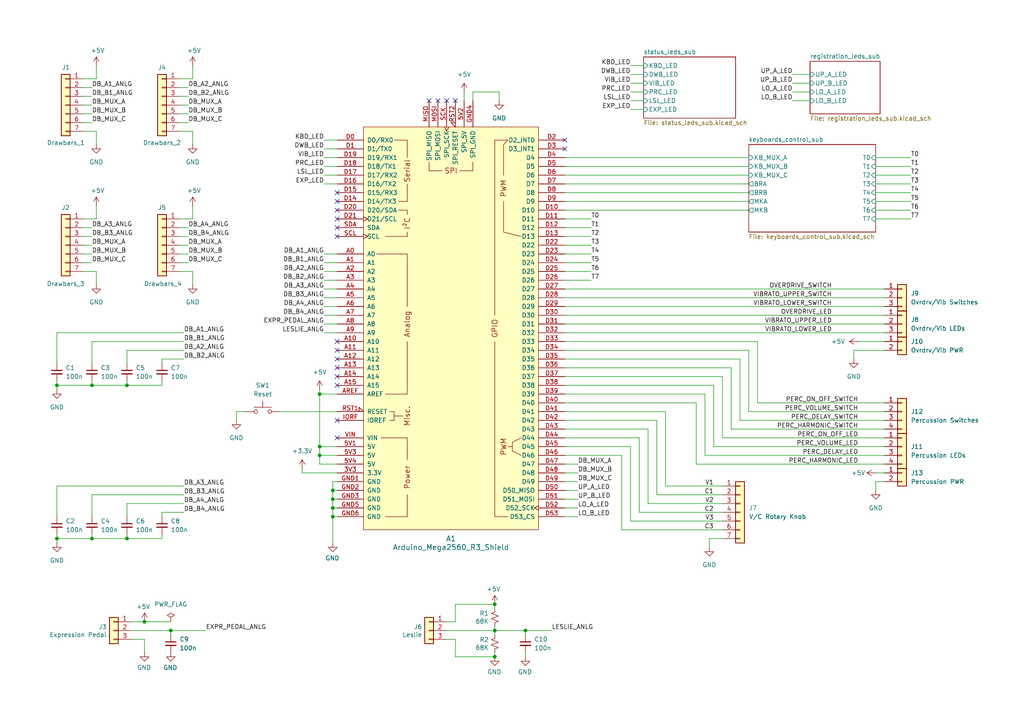
<source format=kicad_sch>
(kicad_sch (version 20250114) (generator "eeschema") (generator_version "9.0")
  (paper "A4")
  (title_block (title "B3 Mother Board") (date "2024-09-17") (rev "1.0") (company "Picherie"))
  (lib_symbols
    (symbol "Connector_Generic:Conn_01x02" (pin_names (offset 1.016) (hide yes))
      (property "Reference" "J" (at 0 2.54 0))
      (property "Value" "Conn_01x02" (at 0 -5.08 0))
      (symbol "Conn_01x02_1_1"
        (rectangle (start -1.27 1.27) (end 1.27 -3.81) (stroke (width 0.254)) (fill (type background)))
        (rectangle (start -1.27 0.127) (end 0 -0.127) (stroke (width 0.1524)))
        (rectangle (start -1.27 -2.413) (end 0 -2.667) (stroke (width 0.1524)))
        (pin passive line (at -5.08 0 0) (length 3.81) (name "Pin_1") (number "1"))
        (pin passive line (at -5.08 -2.54 0) (length 3.81) (name "Pin_2") (number "2"))
      )
    )
    (symbol "Connector_Generic:Conn_01x03" (pin_names (offset 1.016) (hide yes))
      (property "Reference" "J" (at 0 5.08 0))
      (property "Value" "Conn_01x03" (at 0 -5.08 0))
      (symbol "Conn_01x03_1_1"
        (rectangle (start -1.27 3.81) (end 1.27 -3.81) (stroke (width 0.254)) (fill (type background)))
        (rectangle (start -1.27 2.667) (end 0 2.413) (stroke (width 0.1524)))
        (rectangle (start -1.27 0.127) (end 0 -0.127) (stroke (width 0.1524)))
        (rectangle (start -1.27 -2.413) (end 0 -2.667) (stroke (width 0.1524)))
        (pin passive line (at -5.08 2.54 0) (length 3.81) (name "Pin_1") (number "1"))
        (pin passive line (at -5.08 0 0) (length 3.81) (name "Pin_2") (number "2"))
        (pin passive line (at -5.08 -2.54 0) (length 3.81) (name "Pin_3") (number "3"))
      )
    )
    (symbol "Connector_Generic:Conn_01x04" (pin_names (offset 1.016) (hide yes))
      (property "Reference" "J" (at 0 5.08 0))
      (property "Value" "Conn_01x04" (at 0 -7.62 0))
      (symbol "Conn_01x04_1_1"
        (rectangle (start -1.27 3.81) (end 1.27 -6.35) (stroke (width 0.254)) (fill (type background)))
        (rectangle (start -1.27 2.667) (end 0 2.413) (stroke (width 0.1524)))
        (rectangle (start -1.27 0.127) (end 0 -0.127) (stroke (width 0.1524)))
        (rectangle (start -1.27 -2.413) (end 0 -2.667) (stroke (width 0.1524)))
        (rectangle (start -1.27 -4.953) (end 0 -5.207) (stroke (width 0.1524)))
        (pin passive line (at -5.08 2.54 0) (length 3.81) (name "Pin_1") (number "1"))
        (pin passive line (at -5.08 0 0) (length 3.81) (name "Pin_2") (number "2"))
        (pin passive line (at -5.08 -2.54 0) (length 3.81) (name "Pin_3") (number "3"))
        (pin passive line (at -5.08 -5.08 0) (length 3.81) (name "Pin_4") (number "4"))
      )
    )
    (symbol "Connector_Generic:Conn_01x07" (pin_names (offset 1.016) (hide yes))
      (property "Reference" "J" (at 0 10.16 0))
      (property "Value" "Conn_01x07" (at 0 -10.16 0))
      (symbol "Conn_01x07_1_1"
        (rectangle (start -1.27 8.89) (end 1.27 -8.89) (stroke (width 0.254)) (fill (type background)))
        (rectangle (start -1.27 7.747) (end 0 7.493) (stroke (width 0.1524)))
        (rectangle (start -1.27 5.207) (end 0 4.953) (stroke (width 0.1524)))
        (rectangle (start -1.27 2.667) (end 0 2.413) (stroke (width 0.1524)))
        (rectangle (start -1.27 0.127) (end 0 -0.127) (stroke (width 0.1524)))
        (rectangle (start -1.27 -2.413) (end 0 -2.667) (stroke (width 0.1524)))
        (rectangle (start -1.27 -4.953) (end 0 -5.207) (stroke (width 0.1524)))
        (rectangle (start -1.27 -7.493) (end 0 -7.747) (stroke (width 0.1524)))
        (pin passive line (at -5.08 7.62 0) (length 3.81) (name "Pin_1") (number "1"))
        (pin passive line (at -5.08 5.08 0) (length 3.81) (name "Pin_2") (number "2"))
        (pin passive line (at -5.08 2.54 0) (length 3.81) (name "Pin_3") (number "3"))
        (pin passive line (at -5.08 0 0) (length 3.81) (name "Pin_4") (number "4"))
        (pin passive line (at -5.08 -2.54 0) (length 3.81) (name "Pin_5") (number "5"))
        (pin passive line (at -5.08 -5.08 0) (length 3.81) (name "Pin_6") (number "6"))
        (pin passive line (at -5.08 -7.62 0) (length 3.81) (name "Pin_7") (number "7"))
      )
    )
    (symbol "Device:C_Small" (pin_numbers (hide yes)) (pin_names (offset 0.254) (hide yes))
      (property "Reference" "C" (at 0.254 1.778 0))
      (property "Value" "C_Small" (at 0.254 -2.032 0))
      (symbol "C_Small_0_1"
        (polyline (pts (xy -1.524 0.508) (xy 1.524 0.508)) (stroke (width 0.3048)))
        (polyline (pts (xy -1.524 -0.508) (xy 1.524 -0.508)) (stroke (width 0.3302)))
      )
      (symbol "C_Small_1_1"
        (pin passive line (at 0 2.54 270) (length 2.032) (name "~") (number "1"))
        (pin passive line (at 0 -2.54 90) (length 2.032) (name "~") (number "2"))
      )
    )
    (symbol "Device:R_Small_US" (pin_numbers (hide yes)) (pin_names (offset 0.254) (hide yes))
      (property "Reference" "R" (at 0.762 0.508 0))
      (property "Value" "R_Small_US" (at 0.762 -1.016 0))
      (symbol "R_Small_US_1_1"
        (polyline (pts (xy 0 1.524) (xy 1.016 1.143) (xy 0 0.762) (xy -1.016 0.381) (xy 0 0)))
        (polyline (pts (xy 0 0) (xy 1.016 -0.381) (xy 0 -0.762) (xy -1.016 -1.143) (xy 0 -1.524)))
        (pin passive line (at 0 2.54 270) (length 1.016) (name "~") (number "1"))
        (pin passive line (at 0 -2.54 90) (length 1.016) (name "~") (number "2"))
      )
    )
    (symbol "PCM_arduino-library:Arduino_Mega2560_R3_Shield" (pin_names (offset 1.016))
      (property "Reference" "A" (at 0 -62.23 0))
      (property "Value" "Arduino_Mega2560_R3_Shield" (at 0 -66.04 0))
      (symbol "Arduino_Mega2560_R3_Shield_0_0"
        (rectangle (start -25.4 -58.42) (end 25.4 58.42) (fill (type background)))
        (polyline (pts (xy -21.59 21.59) (xy -12.7 21.59)))
        (rectangle (start -20.32 -31.75) (end -12.7 -31.75))
        (rectangle (start -19.05 26.67) (end -12.7 26.67))
        (rectangle (start -19.05 -19.05) (end -12.7 -19.05))
        (rectangle (start -19.05 -54.61) (end -12.7 -54.61))
        (rectangle (start -17.78 -24.13) (end -16.51 -24.13))
        (rectangle (start -17.78 -26.67) (end -16.51 -26.67))
        (rectangle (start -16.51 54.61) (end -12.7 54.61))
        (rectangle (start -16.51 -24.13) (end -16.51 -26.67))
        (rectangle (start -16.51 -25.4) (end -13.97 -25.4))
        (rectangle (start -15.24 36.83) (end -12.7 36.83))
        (rectangle (start -15.24 34.29) (end -12.7 34.29))
        (rectangle (start -12.7 49.53) (end -12.7 54.61))
        (rectangle (start -12.7 41.91) (end -12.7 36.83))
        (rectangle (start -12.7 34.29) (end -12.7 33.02))
        (rectangle (start -12.7 26.67) (end -12.7 27.94))
        (polyline (pts (xy -12.7 6.35) (xy -12.7 21.59)))
        (polyline (pts (xy -12.7 -19.05) (xy -12.7 -3.81)))
        (rectangle (start -12.7 -31.75) (end -12.7 -38.1))
        (rectangle (start -12.7 -54.61) (end -12.7 -48.26))
        (rectangle (start -6.35 48.26) (end -6.35 45.72))
        (rectangle (start -2.54 45.72) (end -6.35 45.72))
        (rectangle (start 6.35 48.26) (end 6.35 45.72))
        (rectangle (start 6.35 45.72) (end 2.54 45.72))
        (polyline (pts (xy 12.7 54.61) (xy 16.51 54.61)))
        (polyline (pts (xy 12.7 -54.61) (xy 16.51 -54.61)))
        (polyline (pts (xy 15.24 44.45) (xy 15.24 53.34) (xy 16.51 54.61)))
        (polyline (pts (xy 15.24 36.83) (xy 15.24 27.94) (xy 20.32 26.67)))
        (polyline (pts (xy 17.78 -34.29) (xy 16.51 -34.29)))
        (polyline (pts (xy 20.32 -31.75) (xy 17.78 -33.02) (xy 17.78 -35.56) (xy 20.32 -36.83)))
        (text "Serial" (at -12.7 45.72 900) (effects (font (size 1.524 1.524))))
        (text "I²C" (at -12.7 30.48 900) (effects (font (size 1.524 1.524))))
        (text "Analog" (at -12.7 1.27 900) (effects (font (size 1.524 1.524))))
        (text "Misc." (at -12.7 -25.4 900) (effects (font (size 1.524 1.524))))
        (text "Power" (at -12.7 -43.18 900) (effects (font (size 1.524 1.524))))
        (text "SPI" (at 0 45.72 0) (effects (font (size 1.524 1.524))))
        (text "PWM" (at 15.24 40.64 900) (effects (font (size 1.524 1.524))))
        (text "PWM" (at 15.24 -34.29 900) (effects (font (size 1.524 1.524))))
      )
      (symbol "Arduino_Mega2560_R3_Shield_1_0"
        (rectangle (start 12.7 54.61) (end 12.7 3.81))
        (rectangle (start 12.7 -54.61) (end 12.7 -3.81))
        (text "GPIO" (at 12.7 0 900) (effects (font (size 1.524 1.524))))
      )
      (symbol "Arduino_Mega2560_R3_Shield_1_1"
        (pin bidirectional line (at -33.02 54.61 0) (length 7.62) (name "D0/RX0") (number "D0"))
        (pin bidirectional line (at -33.02 52.07 0) (length 7.62) (name "D1/TX0") (number "D1"))
        (pin bidirectional line (at -33.02 49.53 0) (length 7.62) (name "D19/RX1") (number "D19"))
        (pin bidirectional line (at -33.02 46.99 0) (length 7.62) (name "D18/TX1") (number "D18"))
        (pin bidirectional line (at -33.02 44.45 0) (length 7.62) (name "D17/RX2") (number "D17"))
        (pin bidirectional line (at -33.02 41.91 0) (length 7.62) (name "D16/TX2") (number "D16"))
        (pin bidirectional line (at -33.02 39.37 0) (length 7.62) (name "D15/RX3") (number "D15"))
        (pin bidirectional line (at -33.02 36.83 0) (length 7.62) (name "D14/TX3") (number "D14"))
        (pin bidirectional line (at -33.02 34.29 0) (length 7.62) (name "D20/SDA") (number "D20"))
        (pin bidirectional clock (at -33.02 31.75 0) (length 7.62) (name "D21/SCL") (number "D21"))
        (pin bidirectional line (at -33.02 29.21 0) (length 7.62) (name "SDA") (number "SDA"))
        (pin bidirectional clock (at -33.02 26.67 0) (length 7.62) (name "SCL") (number "SCL"))
        (pin bidirectional line (at -33.02 21.59 0) (length 7.62) (name "A0") (number "A0"))
        (pin bidirectional line (at -33.02 19.05 0) (length 7.62) (name "A1") (number "A1"))
        (pin bidirectional line (at -33.02 16.51 0) (length 7.62) (name "A2") (number "A2"))
        (pin bidirectional line (at -33.02 13.97 0) (length 7.62) (name "A3") (number "A3"))
        (pin bidirectional line (at -33.02 11.43 0) (length 7.62) (name "A4") (number "A4"))
        (pin bidirectional line (at -33.02 8.89 0) (length 7.62) (name "A5") (number "A5"))
        (pin bidirectional line (at -33.02 6.35 0) (length 7.62) (name "A6") (number "A6"))
        (pin bidirectional line (at -33.02 3.81 0) (length 7.62) (name "A7") (number "A7"))
        (pin bidirectional line (at -33.02 1.27 0) (length 7.62) (name "A8") (number "A8"))
        (pin bidirectional line (at -33.02 -1.27 0) (length 7.62) (name "A9") (number "A9"))
        (pin bidirectional line (at -33.02 -3.81 0) (length 7.62) (name "A10") (number "A10"))
        (pin bidirectional line (at -33.02 -6.35 0) (length 7.62) (name "A11") (number "A11"))
        (pin bidirectional line (at -33.02 -8.89 0) (length 7.62) (name "A12") (number "A12"))
        (pin bidirectional line (at -33.02 -11.43 0) (length 7.62) (name "A13") (number "A13"))
        (pin bidirectional line (at -33.02 -13.97 0) (length 7.62) (name "A14") (number "A14"))
        (pin bidirectional line (at -33.02 -16.51 0) (length 7.62) (name "A15") (number "A15"))
        (pin input line (at -33.02 -19.05 0) (length 7.62) (name "AREF") (number "AREF"))
        (pin open_collector input_low (at -33.02 -24.13 0) (length 7.62) (name "RESET") (number "RST1"))
        (pin output line (at -33.02 -26.67 0) (length 7.62) (name "IOREF") (number "IORF"))
        (pin power_in line (at -33.02 -31.75 0) (length 7.62) (name "VIN") (number "VIN"))
        (pin power_in line (at -33.02 -34.29 0) (length 7.62) (name "5V") (number "5V1"))
        (pin power_in line (at -33.02 -36.83 0) (length 7.62) (name "5V") (number "5V3"))
        (pin power_in line (at -33.02 -39.37 0) (length 7.62) (name "5V") (number "5V4"))
        (pin power_out line (at -33.02 -41.91 0) (length 7.62) (name "3.3V") (number "3V3"))
        (pin power_in line (at -33.02 -44.45 0) (length 7.62) (name "GND") (number "GND1"))
        (pin power_in line (at -33.02 -46.99 0) (length 7.62) (name "GND") (number "GND2"))
        (pin power_in line (at -33.02 -49.53 0) (length 7.62) (name "GND") (number "GND3"))
        (pin power_in line (at -33.02 -52.07 0) (length 7.62) (name "GND") (number "GND5"))
        (pin power_in line (at -33.02 -54.61 0) (length 7.62) (name "GND") (number "GND6"))
        (pin input line (at -6.35 66.04 270) (length 7.62) (name "SPI_MISO") (number "MISO"))
        (pin output line (at -3.81 66.04 270) (length 7.62) (name "SPI_MOSI") (number "MOSI"))
        (pin output clock (at -1.27 66.04 270) (length 7.62) (name "SPI_SCK") (number "SCK"))
        (pin open_collector input_low (at 1.27 66.04 270) (length 7.62) (name "SPI_RESET") (number "RST2"))
        (pin power_in line (at 3.81 66.04 270) (length 7.62) (name "SPI_5V") (number "5V2"))
        (pin power_in line (at 6.35 66.04 270) (length 7.62) (name "SPI_GND") (number "GND4"))
        (pin bidirectional line (at 33.02 54.61 180) (length 7.62) (name "D2_INT0") (number "D2"))
        (pin bidirectional line (at 33.02 52.07 180) (length 7.62) (name "D3_INT1") (number "D3"))
        (pin bidirectional line (at 33.02 49.53 180) (length 7.62) (name "D4") (number "D4"))
        (pin bidirectional line (at 33.02 46.99 180) (length 7.62) (name "D5") (number "D5"))
        (pin bidirectional line (at 33.02 44.45 180) (length 7.62) (name "D6") (number "D6"))
        (pin bidirectional line (at 33.02 41.91 180) (length 7.62) (name "D7") (number "D7"))
        (pin bidirectional line (at 33.02 39.37 180) (length 7.62) (name "D8") (number "D8"))
        (pin bidirectional line (at 33.02 36.83 180) (length 7.62) (name "D9") (number "D9"))
        (pin bidirectional line (at 33.02 34.29 180) (length 7.62) (name "D10") (number "D10"))
        (pin bidirectional line (at 33.02 31.75 180) (length 7.62) (name "D11") (number "D11"))
        (pin bidirectional line (at 33.02 29.21 180) (length 7.62) (name "D12") (number "D12"))
        (pin bidirectional line (at 33.02 26.67 180) (length 7.62) (name "D13") (number "D13"))
        (pin bidirectional line (at 33.02 24.13 180) (length 7.62) (name "D22") (number "D22"))
        (pin bidirectional line (at 33.02 21.59 180) (length 7.62) (name "D23") (number "D23"))
        (pin bidirectional line (at 33.02 19.05 180) (length 7.62) (name "D24") (number "D24"))
        (pin bidirectional line (at 33.02 16.51 180) (length 7.62) (name "D25") (number "D25"))
        (pin bidirectional line (at 33.02 13.97 180) (length 7.62) (name "D26") (number "D26"))
        (pin bidirectional line (at 33.02 11.43 180) (length 7.62) (name "D27") (number "D27"))
        (pin bidirectional line (at 33.02 8.89 180) (length 7.62) (name "D28") (number "D28"))
        (pin bidirectional line (at 33.02 6.35 180) (length 7.62) (name "D29") (number "D29"))
        (pin bidirectional line (at 33.02 3.81 180) (length 7.62) (name "D30") (number "D30"))
        (pin bidirectional line (at 33.02 1.27 180) (length 7.62) (name "D31") (number "D31"))
        (pin bidirectional line (at 33.02 -1.27 180) (length 7.62) (name "D32") (number "D32"))
        (pin bidirectional line (at 33.02 -3.81 180) (length 7.62) (name "D33") (number "D33"))
        (pin bidirectional line (at 33.02 -6.35 180) (length 7.62) (name "D34") (number "D34"))
        (pin bidirectional line (at 33.02 -8.89 180) (length 7.62) (name "D35") (number "D35"))
        (pin bidirectional line (at 33.02 -11.43 180) (length 7.62) (name "D36") (number "D36"))
        (pin bidirectional line (at 33.02 -13.97 180) (length 7.62) (name "D37") (number "D37"))
        (pin bidirectional line (at 33.02 -16.51 180) (length 7.62) (name "D38") (number "D38"))
        (pin bidirectional line (at 33.02 -19.05 180) (length 7.62) (name "D39") (number "D39"))
        (pin bidirectional line (at 33.02 -21.59 180) (length 7.62) (name "D40") (number "D40"))
        (pin bidirectional line (at 33.02 -24.13 180) (length 7.62) (name "D41") (number "D41"))
        (pin bidirectional line (at 33.02 -26.67 180) (length 7.62) (name "D42") (number "D42"))
        (pin bidirectional line (at 33.02 -29.21 180) (length 7.62) (name "D43") (number "D43"))
        (pin bidirectional line (at 33.02 -31.75 180) (length 7.62) (name "D44") (number "D44"))
        (pin bidirectional line (at 33.02 -34.29 180) (length 7.62) (name "D45") (number "D45"))
        (pin bidirectional line (at 33.02 -36.83 180) (length 7.62) (name "D46") (number "D46"))
        (pin bidirectional line (at 33.02 -39.37 180) (length 7.62) (name "D47") (number "D47"))
        (pin bidirectional line (at 33.02 -41.91 180) (length 7.62) (name "D48") (number "D48"))
        (pin bidirectional line (at 33.02 -44.45 180) (length 7.62) (name "D49") (number "D49"))
        (pin bidirectional line (at 33.02 -46.99 180) (length 7.62) (name "D50_MISO") (number "D50"))
        (pin bidirectional line (at 33.02 -49.53 180) (length 7.62) (name "D51_MOSI") (number "D51"))
        (pin bidirectional clock (at 33.02 -52.07 180) (length 7.62) (name "D52_SCK") (number "D52"))
        (pin bidirectional line (at 33.02 -54.61 180) (length 7.62) (name "D53_CS") (number "D53"))
      )
    )
    (symbol "Switch:SW_Push" (pin_numbers (hide yes)) (pin_names (offset 1.016) (hide yes))
      (property "Reference" "SW" (at 1.27 2.54 0))
      (property "Value" "SW_Push" (at 0 -1.524 0))
      (symbol "SW_Push_0_1"
        (circle (center -2.032 0) (radius 0.508))
        (polyline (pts (xy 0 1.27) (xy 0 3.048)))
        (circle (center 2.032 0) (radius 0.508))
        (polyline (pts (xy 2.54 1.27) (xy -2.54 1.27)))
        (pin passive line (at -5.08 0 0) (length 2.54) (name "1") (number "1"))
        (pin passive line (at 5.08 0 180) (length 2.54) (name "2") (number "2"))
      )
    )
    (symbol "power:+3.3V" (power) (pin_numbers (hide yes)) (pin_names (offset 0) (hide yes))
      (property "Value" "+3.3V" (at 0 3.556 0))
      (symbol "+3.3V_0_1"
        (polyline (pts (xy -0.762 1.27) (xy 0 2.54)))
        (polyline (pts (xy 0 2.54) (xy 0.762 1.27)))
        (polyline (pts (xy 0 0) (xy 0 2.54)))
      )
      (symbol "+3.3V_1_1"
        (pin power_in line (at 0 0 90) (length 0) (name "~") (number "1"))
      )
    )
    (symbol "power:+5V" (power) (pin_numbers (hide yes)) (pin_names (offset 0) (hide yes))
      (property "Value" "+5V" (at 0 3.556 0))
      (symbol "+5V_0_1"
        (polyline (pts (xy -0.762 1.27) (xy 0 2.54)))
        (polyline (pts (xy 0 2.54) (xy 0.762 1.27)))
        (polyline (pts (xy 0 0) (xy 0 2.54)))
      )
      (symbol "+5V_1_1"
        (pin power_in line (at 0 0 90) (length 0) (name "~") (number "1"))
      )
    )
    (symbol "power:GND" (power) (pin_numbers (hide yes)) (pin_names (offset 0) (hide yes))
      (property "Value" "GND" (at 0 -3.81 0))
      (symbol "GND_0_1"
        (polyline (pts (xy 0 0) (xy 0 -1.27) (xy 1.27 -1.27) (xy 0 -2.54) (xy -1.27 -1.27) (xy 0 -1.27)))
      )
      (symbol "GND_1_1"
        (pin power_in line (at 0 0 270) (length 0) (name "~") (number "1"))
      )
    )
    (symbol "power:PWR_FLAG" (power) (pin_numbers (hide yes)) (pin_names (offset 0) (hide yes))
      (property "Value" "PWR_FLAG" (at 0 3.81 0))
      (symbol "PWR_FLAG_0_0"
        (pin power_out line (at 0 0 90) (length 0) (name "~") (number "1"))
      )
      (symbol "PWR_FLAG_0_1"
        (polyline (pts (xy 0 0) (xy 0 1.27) (xy -1.016 1.905) (xy 0 2.54) (xy 1.016 1.905) (xy 0 1.27)))
      )
    )
  )
  (junction (at 92.71 132.08))
  (junction (at 96.52 144.78))
  (junction (at 96.52 142.24))
  (junction (at 26.67 156.21))
  (junction (at 26.67 111.76))
  (junction (at 92.71 129.54))
  (junction (at 152.4 182.88))
  (junction (at 36.83 156.21))
  (junction (at 96.52 147.32))
  (junction (at 41.91 180.34))
  (junction (at 36.83 111.76))
  (junction (at 49.53 182.88))
  (junction (at 143.51 190.5))
  (junction (at 143.51 182.88))
  (junction (at 96.52 149.86))
  (junction (at 92.71 114.3))
  (junction (at 16.51 111.76))
  (junction (at 143.51 175.26))
  (junction (at 16.51 156.21))
  (no_connect (at 129.54 29.21))
  (no_connect (at 97.79 55.88))
  (no_connect (at 97.79 109.22))
  (no_connect (at 163.83 43.18))
  (no_connect (at 97.79 99.06))
  (no_connect (at 97.79 63.5))
  (no_connect (at 97.79 106.68))
  (no_connect (at 97.79 66.04))
  (no_connect (at 132.08 29.21))
  (no_connect (at 97.79 121.92))
  (no_connect (at 97.79 60.96))
  (no_connect (at 163.83 40.64))
  (no_connect (at 97.79 127))
  (no_connect (at 127 29.21))
  (no_connect (at 97.79 104.14))
  (no_connect (at 97.79 101.6))
  (no_connect (at 97.79 58.42))
  (no_connect (at 97.79 68.58))
  (no_connect (at 97.79 111.76))
  (no_connect (at 124.46 29.21))
  (wire (pts (xy 41.91 180.34) (xy 49.53 180.34)))
  (wire (pts (xy 187.96 146.05) (xy 209.55 146.05)))
  (wire (pts (xy 219.71 99.06) (xy 219.71 116.84)))
  (wire (pts (xy 254 139.7) (xy 254 142.24)))
  (wire (pts (xy 93.98 50.8) (xy 97.79 50.8)))
  (wire (pts (xy 38.1 180.34) (xy 41.91 180.34)))
  (wire (pts (xy 163.83 137.16) (xy 167.64 137.16)))
  (wire (pts (xy 36.83 149.86) (xy 36.83 146.05)))
  (wire (pts (xy 93.98 48.26) (xy 97.79 48.26)))
  (wire (pts (xy 16.51 140.97) (xy 53.34 140.97)))
  (wire (pts (xy 96.52 144.78) (xy 96.52 147.32)))
  (wire (pts (xy 27.94 22.86) (xy 27.94 19.05)))
  (wire (pts (xy 26.67 76.2) (xy 24.13 76.2)))
  (wire (pts (xy 26.67 27.94) (xy 24.13 27.94)))
  (wire (pts (xy 46.99 149.86) (xy 46.99 148.59)))
  (wire (pts (xy 163.83 58.42) (xy 217.17 58.42)))
  (wire (pts (xy 97.79 134.62) (xy 92.71 134.62)))
  (wire (pts (xy 247.65 101.6) (xy 247.65 104.14)))
  (wire (pts (xy 16.51 111.76) (xy 16.51 113.03)))
  (wire (pts (xy 163.83 106.68) (xy 212.09 106.68)))
  (wire (pts (xy 134.62 26.67) (xy 134.62 29.21)))
  (wire (pts (xy 16.51 156.21) (xy 16.51 157.48)))
  (wire (pts (xy 52.07 38.1) (xy 55.88 38.1)))
  (wire (pts (xy 26.67 156.21) (xy 16.51 156.21)))
  (wire (pts (xy 163.83 48.26) (xy 217.17 48.26)))
  (wire (pts (xy 254 48.26) (xy 264.16 48.26)))
  (wire (pts (xy 93.98 96.52) (xy 97.79 96.52)))
  (wire (pts (xy 26.67 35.56) (xy 24.13 35.56)))
  (wire (pts (xy 229.87 24.13) (xy 234.95 24.13)))
  (wire (pts (xy 97.79 132.08) (xy 92.71 132.08)))
  (wire (pts (xy 229.87 21.59) (xy 234.95 21.59)))
  (wire (pts (xy 217.17 119.38) (xy 256.54 119.38)))
  (wire (pts (xy 92.71 132.08) (xy 92.71 129.54)))
  (wire (pts (xy 81.28 119.38) (xy 97.79 119.38)))
  (wire (pts (xy 26.67 73.66) (xy 24.13 73.66)))
  (wire (pts (xy 46.99 148.59) (xy 53.34 148.59)))
  (wire (pts (xy 93.98 91.44) (xy 97.79 91.44)))
  (wire (pts (xy 54.61 66.04) (xy 52.07 66.04)))
  (wire (pts (xy 93.98 81.28) (xy 97.79 81.28)))
  (wire (pts (xy 163.83 129.54) (xy 182.88 129.54)))
  (wire (pts (xy 182.88 21.59) (xy 186.69 21.59)))
  (wire (pts (xy 93.98 93.98) (xy 97.79 93.98)))
  (wire (pts (xy 54.61 33.02) (xy 52.07 33.02)))
  (wire (pts (xy 96.52 142.24) (xy 96.52 144.78)))
  (wire (pts (xy 229.87 26.67) (xy 234.95 26.67)))
  (wire (pts (xy 204.47 132.08) (xy 256.54 132.08)))
  (wire (pts (xy 36.83 101.6) (xy 53.34 101.6)))
  (wire (pts (xy 163.83 111.76) (xy 207.01 111.76)))
  (wire (pts (xy 254 53.34) (xy 264.16 53.34)))
  (wire (pts (xy 27.94 78.74) (xy 27.94 82.55)))
  (wire (pts (xy 205.74 156.21) (xy 205.74 158.75)))
  (wire (pts (xy 54.61 30.48) (xy 52.07 30.48)))
  (wire (pts (xy 185.42 127) (xy 185.42 148.59)))
  (wire (pts (xy 54.61 68.58) (xy 52.07 68.58)))
  (wire (pts (xy 163.83 66.04) (xy 171.45 66.04)))
  (wire (pts (xy 254 60.96) (xy 264.16 60.96)))
  (wire (pts (xy 152.4 190.5) (xy 152.4 189.23)))
  (wire (pts (xy 54.61 27.94) (xy 52.07 27.94)))
  (wire (pts (xy 71.12 119.38) (xy 68.58 119.38)))
  (wire (pts (xy 163.83 124.46) (xy 187.96 124.46)))
  (wire (pts (xy 214.63 104.14) (xy 214.63 121.92)))
  (wire (pts (xy 163.83 81.28) (xy 171.45 81.28)))
  (wire (pts (xy 52.07 22.86) (xy 55.88 22.86)))
  (wire (pts (xy 26.67 154.94) (xy 26.67 156.21)))
  (wire (pts (xy 36.83 146.05) (xy 53.34 146.05)))
  (wire (pts (xy 182.88 29.21) (xy 186.69 29.21)))
  (wire (pts (xy 55.88 78.74) (xy 55.88 82.55)))
  (wire (pts (xy 26.67 99.06) (xy 53.34 99.06)))
  (wire (pts (xy 209.55 109.22) (xy 209.55 127)))
  (wire (pts (xy 143.51 182.88) (xy 129.54 182.88)))
  (wire (pts (xy 182.88 24.13) (xy 186.69 24.13)))
  (wire (pts (xy 137.16 26.67) (xy 144.78 26.67)))
  (wire (pts (xy 93.98 45.72) (xy 97.79 45.72)))
  (wire (pts (xy 212.09 106.68) (xy 212.09 124.46)))
  (wire (pts (xy 52.07 78.74) (xy 55.88 78.74)))
  (wire (pts (xy 46.99 105.41) (xy 46.99 104.14)))
  (wire (pts (xy 163.83 55.88) (xy 217.17 55.88)))
  (wire (pts (xy 93.98 88.9) (xy 97.79 88.9)))
  (wire (pts (xy 204.47 114.3) (xy 204.47 132.08)))
  (wire (pts (xy 59.69 182.88) (xy 49.53 182.88)))
  (wire (pts (xy 163.83 83.82) (xy 256.54 83.82)))
  (wire (pts (xy 93.98 86.36) (xy 97.79 86.36)))
  (wire (pts (xy 182.88 19.05) (xy 186.69 19.05)))
  (wire (pts (xy 143.51 182.88) (xy 143.51 184.15)))
  (wire (pts (xy 163.83 147.32) (xy 167.64 147.32)))
  (wire (pts (xy 46.99 111.76) (xy 36.83 111.76)))
  (wire (pts (xy 163.83 91.44) (xy 256.54 91.44)))
  (wire (pts (xy 68.58 119.38) (xy 68.58 121.92)))
  (wire (pts (xy 163.83 53.34) (xy 217.17 53.34)))
  (wire (pts (xy 46.99 154.94) (xy 46.99 156.21)))
  (wire (pts (xy 163.83 104.14) (xy 214.63 104.14)))
  (wire (pts (xy 96.52 139.7) (xy 96.52 142.24)))
  (wire (pts (xy 254 137.16) (xy 256.54 137.16)))
  (wire (pts (xy 163.83 99.06) (xy 219.71 99.06)))
  (wire (pts (xy 201.93 134.62) (xy 256.54 134.62)))
  (wire (pts (xy 46.99 104.14) (xy 53.34 104.14)))
  (wire (pts (xy 143.51 175.26) (xy 143.51 176.53)))
  (wire (pts (xy 163.83 139.7) (xy 167.64 139.7)))
  (wire (pts (xy 254 63.5) (xy 264.16 63.5)))
  (wire (pts (xy 182.88 129.54) (xy 182.88 151.13)))
  (wire (pts (xy 26.67 105.41) (xy 26.67 99.06)))
  (wire (pts (xy 144.78 26.67) (xy 144.78 29.21)))
  (wire (pts (xy 163.83 78.74) (xy 171.45 78.74)))
  (wire (pts (xy 143.51 182.88) (xy 152.4 182.88)))
  (wire (pts (xy 54.61 71.12) (xy 52.07 71.12)))
  (wire (pts (xy 54.61 73.66) (xy 52.07 73.66)))
  (wire (pts (xy 16.51 96.52) (xy 53.34 96.52)))
  (wire (pts (xy 26.67 110.49) (xy 26.67 111.76)))
  (wire (pts (xy 217.17 101.6) (xy 217.17 119.38)))
  (wire (pts (xy 137.16 29.21) (xy 137.16 26.67)))
  (wire (pts (xy 26.67 68.58) (xy 24.13 68.58)))
  (wire (pts (xy 163.83 109.22) (xy 209.55 109.22)))
  (wire (pts (xy 152.4 182.88) (xy 152.4 184.15)))
  (wire (pts (xy 132.08 175.26) (xy 143.51 175.26)))
  (wire (pts (xy 182.88 26.67) (xy 186.69 26.67)))
  (wire (pts (xy 163.83 149.86) (xy 167.64 149.86)))
  (wire (pts (xy 16.51 111.76) (xy 16.51 110.49)))
  (wire (pts (xy 96.52 149.86) (xy 97.79 149.86)))
  (wire (pts (xy 41.91 185.42) (xy 41.91 189.23)))
  (wire (pts (xy 54.61 35.56) (xy 52.07 35.56)))
  (wire (pts (xy 182.88 31.75) (xy 186.69 31.75)))
  (wire (pts (xy 16.51 154.94) (xy 16.51 156.21)))
  (wire (pts (xy 163.83 93.98) (xy 256.54 93.98)))
  (wire (pts (xy 163.83 76.2) (xy 171.45 76.2)))
  (wire (pts (xy 254 55.88) (xy 264.16 55.88)))
  (wire (pts (xy 193.04 140.97) (xy 209.55 140.97)))
  (wire (pts (xy 24.13 22.86) (xy 27.94 22.86)))
  (wire (pts (xy 163.83 142.24) (xy 167.64 142.24)))
  (wire (pts (xy 55.88 38.1) (xy 55.88 41.91)))
  (wire (pts (xy 55.88 63.5) (xy 55.88 59.69)))
  (wire (pts (xy 52.07 63.5) (xy 55.88 63.5)))
  (wire (pts (xy 54.61 76.2) (xy 52.07 76.2)))
  (wire (pts (xy 92.71 114.3) (xy 97.79 114.3)))
  (wire (pts (xy 93.98 43.18) (xy 97.79 43.18)))
  (wire (pts (xy 24.13 78.74) (xy 27.94 78.74)))
  (wire (pts (xy 132.08 185.42) (xy 132.08 190.5)))
  (wire (pts (xy 190.5 121.92) (xy 190.5 143.51)))
  (wire (pts (xy 163.83 144.78) (xy 167.64 144.78)))
  (wire (pts (xy 207.01 111.76) (xy 207.01 129.54)))
  (wire (pts (xy 163.83 96.52) (xy 256.54 96.52)))
  (wire (pts (xy 163.83 121.92) (xy 190.5 121.92)))
  (wire (pts (xy 26.67 66.04) (xy 24.13 66.04)))
  (wire (pts (xy 26.67 30.48) (xy 24.13 30.48)))
  (wire (pts (xy 132.08 190.5) (xy 143.51 190.5)))
  (wire (pts (xy 214.63 121.92) (xy 256.54 121.92)))
  (wire (pts (xy 92.71 134.62) (xy 92.71 132.08)))
  (wire (pts (xy 36.83 110.49) (xy 36.83 111.76)))
  (wire (pts (xy 190.5 143.51) (xy 209.55 143.51)))
  (wire (pts (xy 254 58.42) (xy 264.16 58.42)))
  (wire (pts (xy 26.67 33.02) (xy 24.13 33.02)))
  (wire (pts (xy 93.98 40.64) (xy 97.79 40.64)))
  (wire (pts (xy 26.67 25.4) (xy 24.13 25.4)))
  (wire (pts (xy 163.83 127) (xy 185.42 127)))
  (wire (pts (xy 160.02 182.88) (xy 152.4 182.88)))
  (wire (pts (xy 187.96 124.46) (xy 187.96 146.05)))
  (wire (pts (xy 93.98 83.82) (xy 97.79 83.82)))
  (wire (pts (xy 55.88 22.86) (xy 55.88 19.05)))
  (wire (pts (xy 143.51 181.61) (xy 143.51 182.88)))
  (wire (pts (xy 163.83 71.12) (xy 171.45 71.12)))
  (wire (pts (xy 163.83 45.72) (xy 217.17 45.72)))
  (wire (pts (xy 46.99 110.49) (xy 46.99 111.76)))
  (wire (pts (xy 36.83 105.41) (xy 36.83 101.6)))
  (wire (pts (xy 180.34 153.67) (xy 209.55 153.67)))
  (wire (pts (xy 26.67 143.51) (xy 53.34 143.51)))
  (wire (pts (xy 87.63 135.89) (xy 87.63 137.16)))
  (wire (pts (xy 201.93 116.84) (xy 201.93 134.62)))
  (wire (pts (xy 247.65 101.6) (xy 256.54 101.6)))
  (wire (pts (xy 229.87 29.21) (xy 234.95 29.21)))
  (wire (pts (xy 163.83 114.3) (xy 204.47 114.3)))
  (wire (pts (xy 26.67 111.76) (xy 16.51 111.76)))
  (wire (pts (xy 93.98 53.34) (xy 97.79 53.34)))
  (wire (pts (xy 93.98 78.74) (xy 97.79 78.74)))
  (wire (pts (xy 248.92 99.06) (xy 256.54 99.06)))
  (wire (pts (xy 92.71 114.3) (xy 92.71 129.54)))
  (wire (pts (xy 96.52 147.32) (xy 97.79 147.32)))
  (wire (pts (xy 36.83 154.94) (xy 36.83 156.21)))
  (wire (pts (xy 24.13 63.5) (xy 27.94 63.5)))
  (wire (pts (xy 193.04 119.38) (xy 193.04 140.97)))
  (wire (pts (xy 132.08 180.34) (xy 132.08 175.26)))
  (wire (pts (xy 163.83 68.58) (xy 171.45 68.58)))
  (wire (pts (xy 219.71 116.84) (xy 256.54 116.84)))
  (wire (pts (xy 96.52 139.7) (xy 97.79 139.7)))
  (wire (pts (xy 182.88 151.13) (xy 209.55 151.13)))
  (wire (pts (xy 163.83 73.66) (xy 171.45 73.66)))
  (wire (pts (xy 38.1 182.88) (xy 49.53 182.88)))
  (wire (pts (xy 16.51 105.41) (xy 16.51 96.52)))
  (wire (pts (xy 92.71 113.03) (xy 92.71 114.3)))
  (wire (pts (xy 24.13 38.1) (xy 27.94 38.1)))
  (wire (pts (xy 163.83 132.08) (xy 180.34 132.08)))
  (wire (pts (xy 96.52 144.78) (xy 97.79 144.78)))
  (wire (pts (xy 209.55 127) (xy 256.54 127)))
  (wire (pts (xy 36.83 156.21) (xy 26.67 156.21)))
  (wire (pts (xy 27.94 63.5) (xy 27.94 59.69)))
  (wire (pts (xy 205.74 156.21) (xy 209.55 156.21)))
  (wire (pts (xy 185.42 148.59) (xy 209.55 148.59)))
  (wire (pts (xy 54.61 25.4) (xy 52.07 25.4)))
  (wire (pts (xy 96.52 142.24) (xy 97.79 142.24)))
  (wire (pts (xy 163.83 119.38) (xy 193.04 119.38)))
  (wire (pts (xy 16.51 149.86) (xy 16.51 140.97)))
  (wire (pts (xy 163.83 63.5) (xy 171.45 63.5)))
  (wire (pts (xy 26.67 71.12) (xy 24.13 71.12)))
  (wire (pts (xy 254 50.8) (xy 264.16 50.8)))
  (wire (pts (xy 254 139.7) (xy 256.54 139.7)))
  (wire (pts (xy 143.51 189.23) (xy 143.51 190.5)))
  (wire (pts (xy 26.67 149.86) (xy 26.67 143.51)))
  (wire (pts (xy 96.52 147.32) (xy 96.52 149.86)))
  (wire (pts (xy 163.83 60.96) (xy 217.17 60.96)))
  (wire (pts (xy 97.79 129.54) (xy 92.71 129.54)))
  (wire (pts (xy 180.34 132.08) (xy 180.34 153.67)))
  (wire (pts (xy 163.83 88.9) (xy 256.54 88.9)))
  (wire (pts (xy 97.79 137.16) (xy 87.63 137.16)))
  (wire (pts (xy 212.09 124.46) (xy 256.54 124.46)))
  (wire (pts (xy 129.54 180.34) (xy 132.08 180.34)))
  (wire (pts (xy 93.98 76.2) (xy 97.79 76.2)))
  (wire (pts (xy 207.01 129.54) (xy 256.54 129.54)))
  (wire (pts (xy 46.99 156.21) (xy 36.83 156.21)))
  (wire (pts (xy 163.83 116.84) (xy 201.93 116.84)))
  (wire (pts (xy 254 45.72) (xy 264.16 45.72)))
  (wire (pts (xy 27.94 38.1) (xy 27.94 41.91)))
  (wire (pts (xy 96.52 149.86) (xy 96.52 157.48)))
  (wire (pts (xy 38.1 185.42) (xy 41.91 185.42)))
  (wire (pts (xy 163.83 101.6) (xy 217.17 101.6)))
  (wire (pts (xy 36.83 111.76) (xy 26.67 111.76)))
  (wire (pts (xy 163.83 50.8) (xy 217.17 50.8)))
  (wire (pts (xy 93.98 73.66) (xy 97.79 73.66)))
  (wire (pts (xy 129.54 185.42) (xy 132.08 185.42)))
  (wire (pts (xy 163.83 134.62) (xy 167.64 134.62)))
  (wire (pts (xy 49.53 182.88) (xy 49.53 184.15)))
  (wire (pts (xy 163.83 86.36) (xy 256.54 86.36)))
  (label "DB_A3_ANLG" (at 53.34 140.97 0))
  (label "T1" (at 264.16 48.26 0))
  (label "DB_B2_ANLG" (at 54.61 27.94 0))
  (label "T3" (at 171.45 71.12 0))
  (label "T7" (at 264.16 63.5 0))
  (label "DB_A1_ANLG" (at 93.98 73.66 180))
  (label "LESLIE_ANLG" (at 93.98 96.52 180))
  (label "T2" (at 264.16 50.8 0))
  (label "DB_B1_ANLG" (at 53.34 99.06 0))
  (label "DB_A2_ANLG" (at 54.61 25.4 0))
  (label "DWB_LED" (at 182.88 21.59 180))
  (label "DB_MUX_A" (at 26.67 30.48 0))
  (label "DB_B3_ANLG" (at 93.98 86.36 180))
  (label "T2" (at 171.45 68.58 0))
  (label "UP_A_LED" (at 167.64 142.24 0))
  (label "DB_MUX_A" (at 54.61 30.48 0))
  (label "T6" (at 264.16 60.96 0))
  (label "KBD_LED" (at 93.98 40.64 180))
  (label "T0" (at 171.45 63.5 0))
  (label "UP_A_LED" (at 229.87 21.59 180))
  (label "T1" (at 171.45 66.04 0))
  (label "LSL_LED" (at 182.88 29.21 180))
  (label "DB_A1_ANLG" (at 53.34 96.52 0))
  (label "OVERDRIVE_SWITCH" (at 241.3 83.82 180))
  (label "LO_A_LED" (at 229.87 26.67 180))
  (label "DB_A4_ANLG" (at 54.61 66.04 0))
  (label "UP_B_LED" (at 229.87 24.13 180))
  (label "DB_MUX_C" (at 54.61 76.2 0))
  (label "DB_MUX_C" (at 167.64 139.7 0))
  (label "T5" (at 264.16 58.42 0))
  (label "VIBRATO_UPPER_SWITCH" (at 241.3 86.36 180))
  (label "LESLIE_ANLG" (at 160.02 182.88 0))
  (label "T5" (at 171.45 76.2 0))
  (label "DB_A2_ANLG" (at 53.34 101.6 0))
  (label "LSL_LED" (at 93.98 50.8 180))
  (label "DB_B2_ANLG" (at 93.98 81.28 180))
  (label "DB_MUX_B" (at 54.61 73.66 0))
  (label "T4" (at 264.16 55.88 0))
  (label "DB_MUX_B" (at 26.67 73.66 0))
  (label "PERC_VOLUME_LED" (at 248.92 129.54 180))
  (label "PRC_LED" (at 182.88 26.67 180))
  (label "PERC_HARMONIC_SWITCH" (at 248.92 124.46 180))
  (label "DB_B4_ANLG" (at 53.34 148.59 0))
  (label "DB_MUX_B" (at 26.67 33.02 0))
  (label "DB_A4_ANLG" (at 53.34 146.05 0))
  (label "DB_B4_ANLG" (at 93.98 91.44 180))
  (label "LO_A_LED" (at 167.64 147.32 0))
  (label "DB_B3_ANLG" (at 26.67 68.58 0))
  (label "PRC_LED" (at 93.98 48.26 180))
  (label "UP_B_LED" (at 167.64 144.78 0))
  (label "LO_B_LED" (at 229.87 29.21 180))
  (label "DB_MUX_B" (at 167.64 137.16 0))
  (label "KBD_LED" (at 182.88 19.05 180))
  (label "PERC_ON_OFF_SWITCH" (at 248.92 116.84 180))
  (label "T0" (at 264.16 45.72 0))
  (label "PERC_HARMONIC_LED" (at 248.92 134.62 180))
  (label "LO_B_LED" (at 167.64 149.86 0))
  (label "DB_MUX_C" (at 26.67 76.2 0))
  (label "DB_A2_ANLG" (at 93.98 78.74 180))
  (label "T4" (at 171.45 73.66 0))
  (label "DB_B1_ANLG" (at 26.67 27.94 0))
  (label "DB_MUX_A" (at 167.64 134.62 0))
  (label "PERC_VOLUME_SWITCH" (at 248.92 119.38 180))
  (label "DB_B2_ANLG" (at 53.34 104.14 0))
  (label "EXP_LED" (at 93.98 53.34 180))
  (label "DB_B4_ANLG" (at 54.61 68.58 0))
  (label "DB_MUX_B" (at 54.61 33.02 0))
  (label "T3" (at 264.16 53.34 0))
  (label "VIBRATO_LOWER_SWITCH" (at 241.3 88.9 180))
  (label "T7" (at 171.45 81.28 0))
  (label "DB_A1_ANLG" (at 26.67 25.4 0))
  (label "C3" (at 207.01 153.67 180))
  (label "T6" (at 171.45 78.74 0))
  (label "C2" (at 207.01 148.59 180))
  (label "VIB_LED" (at 182.88 24.13 180))
  (label "PERC_DELAY_SWITCH" (at 248.92 121.92 180))
  (label "DB_MUX_A" (at 26.67 71.12 0))
  (label "VIB_LED" (at 93.98 45.72 180))
  (label "V3" (at 207.01 151.13 180))
  (label "OVERDRIVE_LED" (at 241.3 91.44 180))
  (label "DB_MUX_A" (at 54.61 71.12 0))
  (label "C1" (at 207.01 143.51 180))
  (label "DB_MUX_C" (at 26.67 35.56 0))
  (label "VIBRATO_LOWER_LED" (at 241.3 96.52 180))
  (label "DB_A4_ANLG" (at 93.98 88.9 180))
  (label "DWB_LED" (at 93.98 43.18 180))
  (label "DB_A3_ANLG" (at 93.98 83.82 180))
  (label "EXP_LED" (at 182.88 31.75 180))
  (label "DB_B3_ANLG" (at 53.34 143.51 0))
  (label "DB_MUX_C" (at 54.61 35.56 0))
  (label "VIBRATO_UPPER_LED" (at 241.3 93.98 180))
  (label "DB_A3_ANLG" (at 26.67 66.04 0))
  (label "EXPR_PEDAL_ANLG" (at 59.69 182.88 0))
  (label "DB_B1_ANLG" (at 93.98 76.2 180))
  (label "V2" (at 207.01 146.05 180))
  (label "EXPR_PEDAL_ANLG" (at 93.98 93.98 180))
  (label "PERC_ON_OFF_LED" (at 248.92 127 180))
  (label "V1" (at 207.01 140.97 180))
  (label "PERC_DELAY_LED" (at 248.92 132.08 180))
  (symbol (lib_id "power:GND") (at 144.78 29.21 0) (mirror y) (unit 1)
    (property "Reference" "#PWR021" (effects (hide yes)))
    (property "Value" "GND" (at 144.78 34.29 0))
    (property "Description" "Power symbol creates a global label with name \"GND\" , ground" (effects (hide yes)))
  )
  (symbol (lib_id "Connector_Generic:Conn_01x03") (at 261.62 86.36 0) (unit 1)
    (property "Reference" "J9" (at 264.16 85.0899 0) (effects (justify left)))
    (property "Value" "Ovrdrv/Vib Switches" (at 264.16 87.6299 0) (effects (justify left)))
    (property "Footprint" "Connector_JST:JST_XH_B3B-XH-A_1x03_P2.50mm_Vertical" (effects (hide yes)))
    (property "Description" "Generic connector, single row, 01x03, script generated (kicad-library-utils/schlib/autogen/connector/)" (effects (hide yes)))
  )
  (symbol (lib_id "power:GND") (at 96.52 157.48 0) (mirror y) (unit 1)
    (property "Reference" "#PWR017" (effects (hide yes)))
    (property "Value" "GND" (at 96.393 161.8742 0))
    (property "Description" "Power symbol creates a global label with name \"GND\" , ground" (effects (hide yes)))
  )
  (symbol (lib_id "power:GND") (at 55.88 82.55 0) (mirror y) (unit 1)
    (property "Reference" "#PWR013" (effects (hide yes)))
    (property "Value" "GND" (at 55.88 87.63 0))
    (property "Description" "Power symbol creates a global label with name \"GND\" , ground" (effects (hide yes)))
  )
  (symbol (lib_id "power:+3.3V") (at 87.63 135.89 0) (unit 1)
    (property "Reference" "#PWR015" (effects (hide yes)))
    (property "Value" "+3.3V" (at 87.63 130.81 0))
    (property "Description" "Power symbol creates a global label with name \"+3.3V\"" (effects (hide yes)))
  )
  (symbol (lib_id "Connector_Generic:Conn_01x07") (at 46.99 71.12 0) (mirror y) (unit 1)
    (property "Reference" "J5" (at 46.99 60.198 0))
    (property "Value" "Drawbars_4" (at 47.244 82.296 0))
    (property "Footprint" "Connector_JST:JST_XH_B7B-XH-A_1x07_P2.50mm_Vertical" (effects (hide yes)))
    (property "Description" "Generic connector, single row, 01x07, script generated (kicad-library-utils/schlib/autogen/connector/)" (effects (hide yes)))
  )
  (symbol (lib_id "power:+5V") (at 254 137.16 90) (unit 1)
    (property "Reference" "#PWR026" (effects (hide yes)))
    (property "Value" "+5V" (at 248.92 137.16 90))
    (property "Description" "Power symbol creates a global label with name \"+5V\"" (effects (hide yes)))
  )
  (symbol (lib_id "Device:C_Small") (at 26.67 107.95 0) (unit 1)
    (property "Reference" "C3" (at 29.21 106.6862 0) (effects (justify left)))
    (property "Value" "100n" (at 29.21 109.2262 0) (effects (justify left)))
    (property "Footprint" "Capacitor_THT:C_Rect_L11.5mm_W4.3mm_P10.00mm_MKT" (effects (hide yes)))
    (property "Description" "Unpolarized capacitor, small symbol" (effects (hide yes)))
  )
  (symbol (lib_id "Device:C_Small") (at 49.53 186.69 0) (unit 1)
    (property "Reference" "C9" (at 52.07 185.4262 0) (effects (justify left)))
    (property "Value" "100n" (at 52.07 187.9662 0) (effects (justify left)))
    (property "Footprint" "Capacitor_THT:C_Rect_L11.5mm_W4.3mm_P10.00mm_MKT" (effects (hide yes)))
    (property "Description" "Unpolarized capacitor, small symbol" (effects (hide yes)))
  )
  (symbol (lib_id "Switch:SW_Push") (at 76.2 119.38 0) (unit 1)
    (property "Reference" "SW1" (at 76.2 111.76 0))
    (property "Value" "Reset" (at 76.2 114.3 0))
    (property "Footprint" "Button_Switch_THT:SW_PUSH_6mm_H4.3mm" (effects (hide yes)))
    (property "Description" "Push button switch, generic, two pins" (effects (hide yes)))
  )
  (symbol (lib_id "power:+5V") (at 27.94 59.69 0) (unit 1)
    (property "Reference" "#PWR05" (effects (hide yes)))
    (property "Value" "+5V" (at 28.321 55.2958 0))
    (property "Description" "Power symbol creates a global label with name \"+5V\"" (effects (hide yes)))
  )
  (symbol (lib_id "PCM_arduino-library:Arduino_Mega2560_R3_Shield") (at 130.81 95.25 0) (unit 1)
    (property "Reference" "A1" (at 130.81 156.21 0) (effects (font (size 1.524 1.524))))
    (property "Value" "Arduino_Mega2560_R3_Shield" (at 130.81 158.75 0) (effects (font (size 1.524 1.524))))
    (property "Footprint" "PCM_arduino-library:Arduino_Mega2560_R3_Shield" (effects (hide yes)))
    (property "Datasheet" "https://docs.arduino.cc/hardware/mega-2560" (effects (hide yes)))
    (property "Description" "Shield for Arduino Mega 2560 R3" (effects (hide yes)))
  )
  (symbol (lib_id "Connector_Generic:Conn_01x04") (at 261.62 119.38 0) (unit 1)
    (property "Reference" "J12" (at 264.16 119.3799 0) (effects (justify left)))
    (property "Value" "Percussion Switches" (at 264.16 121.9199 0) (effects (justify left)))
    (property "Footprint" "Connector_JST:JST_XH_B4B-XH-A_1x04_P2.50mm_Vertical" (effects (hide yes)))
    (property "Description" "Generic connector, single row, 01x04, script generated (kicad-library-utils/schlib/autogen/connector/)" (effects (hide yes)))
  )
  (symbol (lib_id "power:+5V") (at 55.88 59.69 0) (unit 1)
    (property "Reference" "#PWR012" (effects (hide yes)))
    (property "Value" "+5V" (at 56.261 55.2958 0))
    (property "Description" "Power symbol creates a global label with name \"+5V\"" (effects (hide yes)))
  )
  (symbol (lib_id "Connector_Generic:Conn_01x03") (at 261.62 93.98 0) (unit 1)
    (property "Reference" "J8" (at 264.16 92.7099 0) (effects (justify left)))
    (property "Value" "Ovrdrv/Vib LEDs" (at 264.16 95.2499 0) (effects (justify left)))
    (property "Footprint" "Connector_JST:JST_XH_B3B-XH-A_1x03_P2.50mm_Vertical" (effects (hide yes)))
    (property "Description" "Generic connector, single row, 01x03, script generated (kicad-library-utils/schlib/autogen/connector/)" (effects (hide yes)))
  )
  (symbol (lib_id "Connector_Generic:Conn_01x07") (at 19.05 30.48 0) (mirror y) (unit 1)
    (property "Reference" "J1" (at 20.32 19.558 0) (effects (justify left)))
    (property "Value" "Drawbars_1" (at 24.638 41.402 0) (effects (justify left)))
    (property "Footprint" "Connector_JST:JST_XH_B7B-XH-A_1x07_P2.50mm_Vertical" (effects (hide yes)))
    (property "Description" "Generic connector, single row, 01x07, script generated (kicad-library-utils/schlib/autogen/connector/)" (effects (hide yes)))
  )
  (symbol (lib_id "Device:C_Small") (at 152.4 186.69 0) (unit 1)
    (property "Reference" "C10" (at 154.94 185.4262 0) (effects (justify left)))
    (property "Value" "100n" (at 154.94 187.9662 0) (effects (justify left)))
    (property "Footprint" "Capacitor_THT:C_Rect_L11.5mm_W4.3mm_P10.00mm_MKT" (effects (hide yes)))
    (property "Description" "Unpolarized capacitor, small symbol" (effects (hide yes)))
  )
  (symbol (lib_id "power:GND") (at 205.74 158.75 0) (unit 1)
    (property "Reference" "#PWR023" (effects (hide yes)))
    (property "Value" "GND" (at 205.74 163.83 0))
    (property "Description" "Power symbol creates a global label with name \"GND\" , ground" (effects (hide yes)))
  )
  (symbol (lib_id "power:GND") (at 254 142.24 0) (unit 1)
    (property "Reference" "#PWR027" (effects (hide yes)))
    (property "Value" "GND" (at 254 147.32 0))
    (property "Description" "Power symbol creates a global label with name \"GND\" , ground" (effects (hide yes)))
  )
  (symbol (lib_id "power:GND") (at 152.4 190.5 0) (mirror y) (unit 1)
    (property "Reference" "#PWR022" (effects (hide yes)))
    (property "Value" "GND" (at 152.273 194.8942 0))
    (property "Description" "Power symbol creates a global label with name \"GND\" , ground" (effects (hide yes)))
  )
  (symbol (lib_id "Device:R_Small_US") (at 143.51 179.07 0) (mirror y) (unit 1)
    (property "Reference" "R1" (at 141.7828 177.9016 0) (effects (justify left)))
    (property "Value" "68K" (at 141.7828 180.213 0) (effects (justify left)))
    (property "Footprint" "Resistor_THT:R_Axial_DIN0207_L6.3mm_D2.5mm_P7.62mm_Horizontal" (effects (hide yes)))
    (property "Description" "Resistor, small US symbol" (effects (hide yes)))
  )
  (symbol (lib_id "power:+5V") (at 248.92 99.06 90) (unit 1)
    (property "Reference" "#PWR025" (effects (hide yes)))
    (property "Value" "+5V" (at 243.078 99.06 90))
    (property "Description" "Power symbol creates a global label with name \"+5V\"" (effects (hide yes)))
  )
  (symbol (lib_id "power:GND") (at 143.51 190.5 0) (mirror y) (unit 1)
    (property "Reference" "#PWR020" (effects (hide yes)))
    (property "Value" "GND" (at 143.383 194.8942 0))
    (property "Description" "Power symbol creates a global label with name \"GND\" , ground" (effects (hide yes)))
  )
  (symbol (lib_id "Device:C_Small") (at 16.51 107.95 0) (unit 1)
    (property "Reference" "C1" (at 19.05 106.6862 0) (effects (justify left)))
    (property "Value" "100n" (at 19.05 109.2262 0) (effects (justify left)))
    (property "Footprint" "Capacitor_THT:C_Rect_L11.5mm_W4.3mm_P10.00mm_MKT" (effects (hide yes)))
    (property "Description" "Unpolarized capacitor, small symbol" (effects (hide yes)))
  )
  (symbol (lib_id "power:GND") (at 27.94 41.91 0) (mirror y) (unit 1)
    (property "Reference" "#PWR04" (effects (hide yes)))
    (property "Value" "GND" (at 27.94 46.99 0))
    (property "Description" "Power symbol creates a global label with name \"GND\" , ground" (effects (hide yes)))
  )
  (symbol (lib_id "Connector_Generic:Conn_01x03") (at 33.02 182.88 0) (mirror y) (unit 1)
    (property "Reference" "J3" (at 30.988 181.8132 0) (effects (justify left)))
    (property "Value" "Expression Pedal" (at 30.988 184.1246 0) (effects (justify left)))
    (property "Footprint" "Connector_JST:JST_XH_B3B-XH-A_1x03_P2.50mm_Vertical" (effects (hide yes)))
    (property "Description" "Generic connector, single row, 01x03, script generated (kicad-library-utils/schlib/autogen/connector/)" (effects (hide yes)))
  )
  (symbol (lib_id "power:GND") (at 16.51 157.48 0) (mirror y) (unit 1)
    (property "Reference" "#PWR02" (effects (hide yes)))
    (property "Value" "GND" (at 16.51 162.56 0))
    (property "Description" "Power symbol creates a global label with name \"GND\" , ground" (effects (hide yes)))
  )
  (symbol (lib_id "power:+5V") (at 134.62 26.67 0) (unit 1)
    (property "Reference" "#PWR018" (effects (hide yes)))
    (property "Value" "+5V" (at 134.62 21.59 0))
    (property "Description" "Power symbol creates a global label with name \"+5V\"" (effects (hide yes)))
  )
  (symbol (lib_id "power:GND") (at 41.91 189.23 0) (mirror y) (unit 1)
    (property "Reference" "#PWR08" (effects (hide yes)))
    (property "Value" "GND" (at 41.783 193.6242 0))
    (property "Description" "Power symbol creates a global label with name \"GND\" , ground" (effects (hide yes)))
  )
  (symbol (lib_id "power:+5V") (at 143.51 175.26 0) (mirror y) (unit 1)
    (property "Reference" "#PWR019" (effects (hide yes)))
    (property "Value" "+5V" (at 143.129 170.8658 0))
    (property "Description" "Power symbol creates a global label with name \"+5V\"" (effects (hide yes)))
  )
  (symbol (lib_id "power:GND") (at 68.58 121.92 0) (unit 1)
    (property "Reference" "#PWR014" (effects (hide yes)))
    (property "Value" "GND" (at 68.58 127 0))
    (property "Description" "Power symbol creates a global label with name \"GND\" , ground" (effects (hide yes)))
  )
  (symbol (lib_id "Device:C_Small") (at 16.51 152.4 0) (unit 1)
    (property "Reference" "C2" (at 19.05 151.1362 0) (effects (justify left)))
    (property "Value" "100n" (at 19.05 153.6762 0) (effects (justify left)))
    (property "Footprint" "Capacitor_THT:C_Rect_L11.5mm_W4.3mm_P10.00mm_MKT" (effects (hide yes)))
    (property "Description" "Unpolarized capacitor, small symbol" (effects (hide yes)))
  )
  (symbol (lib_id "Connector_Generic:Conn_01x04") (at 261.62 129.54 0) (unit 1)
    (property "Reference" "J11" (at 264.16 129.5399 0) (effects (justify left)))
    (property "Value" "Percussion LEDs" (at 264.16 132.0799 0) (effects (justify left)))
    (property "Footprint" "Connector_JST:JST_XH_B4B-XH-A_1x04_P2.50mm_Vertical" (effects (hide yes)))
    (property "Description" "Generic connector, single row, 01x04, script generated (kicad-library-utils/schlib/autogen/connector/)" (effects (hide yes)))
  )
  (symbol (lib_id "Connector_Generic:Conn_01x02") (at 261.62 137.16 0) (unit 1)
    (property "Reference" "J13" (at 264.16 137.1599 0) (effects (justify left)))
    (property "Value" "Percussion PWR" (at 264.16 139.6999 0) (effects (justify left)))
    (property "Footprint" "Connector_JST:JST_XH_B2B-XH-A_1x02_P2.50mm_Vertical" (effects (hide yes)))
    (property "Description" "Generic connector, single row, 01x02, script generated (kicad-library-utils/schlib/autogen/connector/)" (effects (hide yes)))
  )
  (symbol (lib_id "power:+5V") (at 55.88 19.05 0) (unit 1)
    (property "Reference" "#PWR010" (effects (hide yes)))
    (property "Value" "+5V" (at 56.261 14.6558 0))
    (property "Description" "Power symbol creates a global label with name \"+5V\"" (effects (hide yes)))
  )
  (symbol (lib_id "Device:C_Small") (at 46.99 107.95 0) (unit 1)
    (property "Reference" "C7" (at 49.53 106.6862 0) (effects (justify left)))
    (property "Value" "100n" (at 49.53 109.2262 0) (effects (justify left)))
    (property "Footprint" "Capacitor_THT:C_Rect_L11.5mm_W4.3mm_P10.00mm_MKT" (effects (hide yes)))
    (property "Description" "Unpolarized capacitor, small symbol" (effects (hide yes)))
  )
  (symbol (lib_id "Device:C_Small") (at 26.67 152.4 0) (unit 1)
    (property "Reference" "C4" (at 29.21 151.1362 0) (effects (justify left)))
    (property "Value" "100n" (at 29.21 153.6762 0) (effects (justify left)))
    (property "Footprint" "Capacitor_THT:C_Rect_L11.5mm_W4.3mm_P10.00mm_MKT" (effects (hide yes)))
    (property "Description" "Unpolarized capacitor, small symbol" (effects (hide yes)))
  )
  (symbol (lib_id "power:GND") (at 247.65 104.14 0) (unit 1)
    (property "Reference" "#PWR024" (effects (hide yes)))
    (property "Value" "GND" (at 247.65 109.22 0))
    (property "Description" "Power symbol creates a global label with name \"GND\" , ground" (effects (hide yes)))
  )
  (symbol (lib_id "power:PWR_FLAG") (at 49.53 180.34 0) (unit 1)
    (property "Reference" "#FLG01" (effects (hide yes)))
    (property "Value" "PWR_FLAG" (at 49.53 175.26 0))
    (property "Description" "Special symbol for telling ERC where power comes from" (effects (hide yes)))
  )
  (symbol (lib_id "power:+5V") (at 92.71 113.03 0) (unit 1)
    (property "Reference" "#PWR016" (effects (hide yes)))
    (property "Value" "+5V" (at 92.71 107.95 0))
    (property "Description" "Power symbol creates a global label with name \"+5V\"" (effects (hide yes)))
  )
  (symbol (lib_id "Connector_Generic:Conn_01x07") (at 214.63 148.59 0) (unit 1)
    (property "Reference" "J7" (at 217.17 147.3199 0) (effects (justify left)))
    (property "Value" "V/C Rotary Knob" (at 217.17 149.8599 0) (effects (font (thickness 0.2)) (justify left)))
    (property "Footprint" "Connector_JST:JST_XH_B7B-XH-A_1x07_P2.50mm_Vertical" (effects (hide yes)))
    (property "Description" "Generic connector, single row, 01x07, script generated (kicad-library-utils/schlib/autogen/connector/)" (effects (hide yes)))
  )
  (symbol (lib_id "power:GND") (at 55.88 41.91 0) (mirror y) (unit 1)
    (property "Reference" "#PWR011" (effects (hide yes)))
    (property "Value" "GND" (at 55.88 46.99 0))
    (property "Description" "Power symbol creates a global label with name \"GND\" , ground" (effects (hide yes)))
  )
  (symbol (lib_id "Device:R_Small_US") (at 143.51 186.69 0) (mirror y) (unit 1)
    (property "Reference" "R2" (at 141.7828 185.5216 0) (effects (justify left)))
    (property "Value" "68K" (at 141.7828 187.833 0) (effects (justify left)))
    (property "Footprint" "Resistor_THT:R_Axial_DIN0207_L6.3mm_D2.5mm_P7.62mm_Horizontal" (effects (hide yes)))
    (property "Description" "Resistor, small US symbol" (effects (hide yes)))
  )
  (symbol (lib_id "Device:C_Small") (at 36.83 152.4 0) (unit 1)
    (property "Reference" "C6" (at 39.37 151.1362 0) (effects (justify left)))
    (property "Value" "100n" (at 39.37 153.6762 0) (effects (justify left)))
    (property "Footprint" "Capacitor_THT:C_Rect_L11.5mm_W4.3mm_P10.00mm_MKT" (effects (hide yes)))
    (property "Description" "Unpolarized capacitor, small symbol" (effects (hide yes)))
  )
  (symbol (lib_id "Device:C_Small") (at 46.99 152.4 0) (unit 1)
    (property "Reference" "C8" (at 49.53 151.1362 0) (effects (justify left)))
    (property "Value" "100n" (at 49.53 153.6762 0) (effects (justify left)))
    (property "Footprint" "Capacitor_THT:C_Rect_L11.5mm_W4.3mm_P10.00mm_MKT" (effects (hide yes)))
    (property "Description" "Unpolarized capacitor, small symbol" (effects (hide yes)))
  )
  (symbol (lib_id "Connector_Generic:Conn_01x03") (at 124.46 182.88 0) (mirror y) (unit 1)
    (property "Reference" "J6" (at 122.428 181.8132 0) (effects (justify left)))
    (property "Value" "Leslie" (at 122.428 184.1246 0) (effects (justify left)))
    (property "Footprint" "Connector_JST:JST_XH_B3B-XH-A_1x03_P2.50mm_Vertical" (effects (hide yes)))
    (property "Description" "Generic connector, single row, 01x03, script generated (kicad-library-utils/schlib/autogen/connector/)" (effects (hide yes)))
  )
  (symbol (lib_id "power:+5V") (at 41.91 180.34 0) (mirror y) (unit 1)
    (property "Reference" "#PWR07" (effects (hide yes)))
    (property "Value" "+5V" (at 41.529 175.9458 0))
    (property "Description" "Power symbol creates a global label with name \"+5V\"" (effects (hide yes)))
  )
  (symbol (lib_id "power:+5V") (at 27.94 19.05 0) (unit 1)
    (property "Reference" "#PWR03" (effects (hide yes)))
    (property "Value" "+5V" (at 28.321 14.6558 0))
    (property "Description" "Power symbol creates a global label with name \"+5V\"" (effects (hide yes)))
  )
  (symbol (lib_id "Connector_Generic:Conn_01x02") (at 261.62 99.06 0) (unit 1)
    (property "Reference" "J10" (at 264.16 99.0599 0) (effects (justify left)))
    (property "Value" "Ovrdrv/Vib PWR" (at 264.16 101.5999 0) (effects (justify left)))
    (property "Footprint" "Connector_JST:JST_XH_B2B-XH-A_1x02_P2.50mm_Vertical" (effects (hide yes)))
    (property "Description" "Generic connector, single row, 01x02, script generated (kicad-library-utils/schlib/autogen/connector/)" (effects (hide yes)))
  )
  (symbol (lib_id "Connector_Generic:Conn_01x07") (at 46.99 30.48 0) (mirror y) (unit 1)
    (property "Reference" "J4" (at 46.99 19.558 0))
    (property "Value" "Drawbars_2" (at 46.99 41.402 0))
    (property "Footprint" "Connector_JST:JST_XH_B7B-XH-A_1x07_P2.50mm_Vertical" (effects (hide yes)))
    (property "Description" "Generic connector, single row, 01x07, script generated (kicad-library-utils/schlib/autogen/connector/)" (effects (hide yes)))
  )
  (symbol (lib_id "power:GND") (at 16.51 113.03 0) (mirror y) (unit 1)
    (property "Reference" "#PWR01" (effects (hide yes)))
    (property "Value" "GND" (at 16.51 118.11 0))
    (property "Description" "Power symbol creates a global label with name \"GND\" , ground" (effects (hide yes)))
  )
  (symbol (lib_id "power:GND") (at 27.94 82.55 0) (mirror y) (unit 1)
    (property "Reference" "#PWR06" (effects (hide yes)))
    (property "Value" "GND" (at 27.94 87.63 0))
    (property "Description" "Power symbol creates a global label with name \"GND\" , ground" (effects (hide yes)))
  )
  (symbol (lib_id "Connector_Generic:Conn_01x07") (at 19.05 71.12 0) (mirror y) (unit 1)
    (property "Reference" "J2" (at 19.05 60.198 0))
    (property "Value" "Drawbars_3" (at 19.05 82.296 0))
    (property "Footprint" "Connector_JST:JST_XH_B7B-XH-A_1x07_P2.50mm_Vertical" (effects (hide yes)))
    (property "Description" "Generic connector, single row, 01x07, script generated (kicad-library-utils/schlib/autogen/connector/)" (effects (hide yes)))
  )
  (symbol (lib_id "Device:C_Small") (at 36.83 107.95 0) (unit 1)
    (property "Reference" "C5" (at 39.37 106.6862 0) (effects (justify left)))
    (property "Value" "100n" (at 39.37 109.2262 0) (effects (justify left)))
    (property "Footprint" "Capacitor_THT:C_Rect_L11.5mm_W4.3mm_P10.00mm_MKT" (effects (hide yes)))
    (property "Description" "Unpolarized capacitor, small symbol" (effects (hide yes)))
  )
  (symbol (lib_id "power:GND") (at 49.53 189.23 0) (mirror y) (unit 1)
    (property "Reference" "#PWR09" (effects (hide yes)))
    (property "Value" "GND" (at 49.403 193.6242 0))
    (property "Description" "Power symbol creates a global label with name \"GND\" , ground" (effects (hide yes)))
  )
  (sheet (at 186.69 16.51) (size 26.67 17.78) (stroke (width 0.1524))
    (property "Sheetname" "status_leds_sub" (at 186.69 15.7984 0) (effects (justify left bottom)))
    (property "Sheetfile" "status_leds_sub.kicad_sch" (at 186.69 34.8746 0) (effects (justify left top)))
    (pin "EXP_LED" input (at 186.69 31.75 180))
    (pin "PRC_LED" input (at 186.69 26.67 180))
    (pin "LSL_LED" input (at 186.69 29.21 180))
    (pin "DWB_LED" input (at 186.69 21.59 180))
    (pin "KBD_LED" input (at 186.69 19.05 180))
    (pin "VIB_LED" input (at 186.69 24.13 180))
  )
  (sheet (at 234.95 17.78) (size 20.32 15.24) (stroke (width 0.1524))
    (property "Sheetname" "registration_leds_sub" (at 234.95 17.0684 0) (effects (justify left bottom)))
    (property "Sheetfile" "registration_leds_sub.kicad_sch" (at 234.95 33.6046 0) (effects (justify left top)))
    (pin "UP_B_LED" input (at 234.95 24.13 180))
    (pin "UP_A_LED" input (at 234.95 21.59 180))
    (pin "LO_A_LED" input (at 234.95 26.67 180))
    (pin "LO_B_LED" input (at 234.95 29.21 180))
  )
  (sheet (at 217.17 41.91) (size 36.83 25.4) (stroke (width 0.1524))
    (property "Sheetname" "keyboards_control_sub" (at 217.17 41.1984 0) (effects (justify left bottom)))
    (property "Sheetfile" "keyboards_control_sub.kicad_sch" (at 217.17 67.8946 0) (effects (justify left top)))
    (pin "T4" input (at 254 55.88 0))
    (pin "T3" input (at 254 53.34 0))
    (pin "T6" input (at 254 60.96 0))
    (pin "T0" input (at 254 45.72 0))
    (pin "T2" input (at 254 50.8 0))
    (pin "T7" input (at 254 63.5 0))
    (pin "T5" input (at 254 58.42 0))
    (pin "T1" input (at 254 48.26 0))
    (pin "KB_MUX_A" input (at 217.17 45.72 180))
    (pin "KB_MUX_B" input (at 217.17 48.26 180))
    (pin "KB_MUX_C" input (at 217.17 50.8 180))
    (pin "MKB" output (at 217.17 60.96 180))
    (pin "MKA" output (at 217.17 58.42 180))
    (pin "BRB" output (at 217.17 55.88 180))
    (pin "BRA" output (at 217.17 53.34 180))
  )
)
</source>
